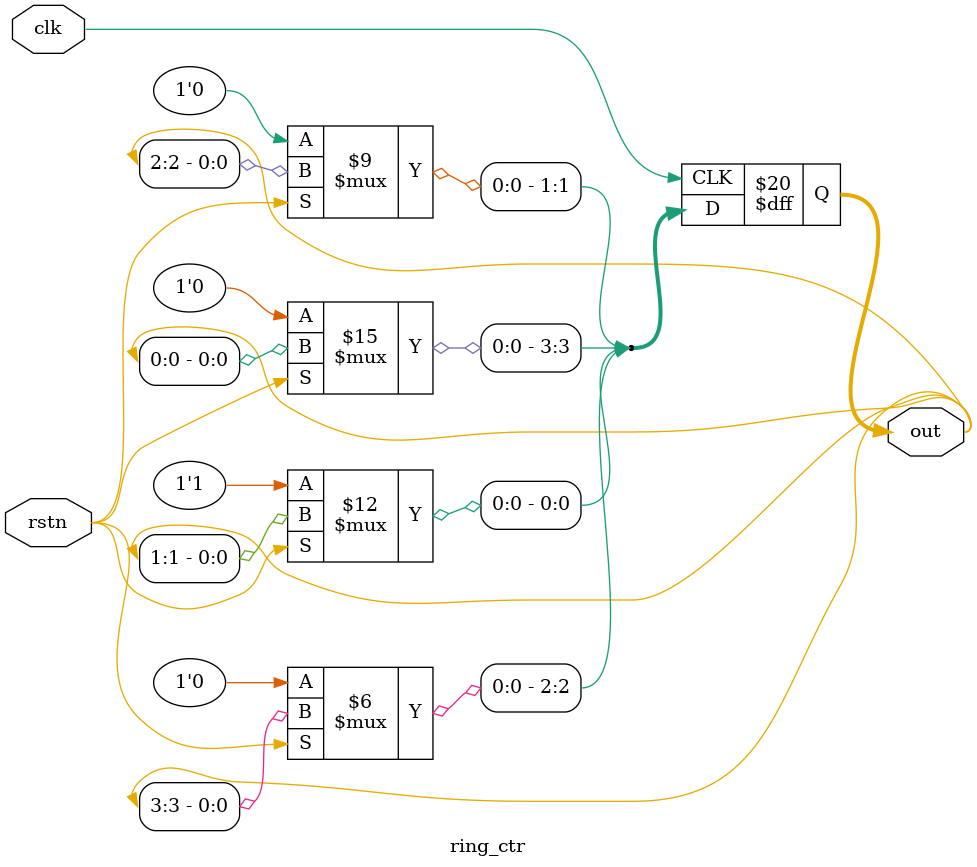
<source format=v>
module ring_ctr  #(parameter WIDTH=4) 
  (  
	input clk,                
	input rstn,
  	output reg [WIDTH-1:0] out
  );    
 
  integer i=0;

  always @ (posedge clk) begin
      if (!rstn)
         out <= 1;
      else begin
        out[WIDTH-1] <= out[0];
        for (i = 0; i < WIDTH-1; i=i+1) begin
          out[i] <= out[i+1];
        end
      end
  end
endmodule

</source>
